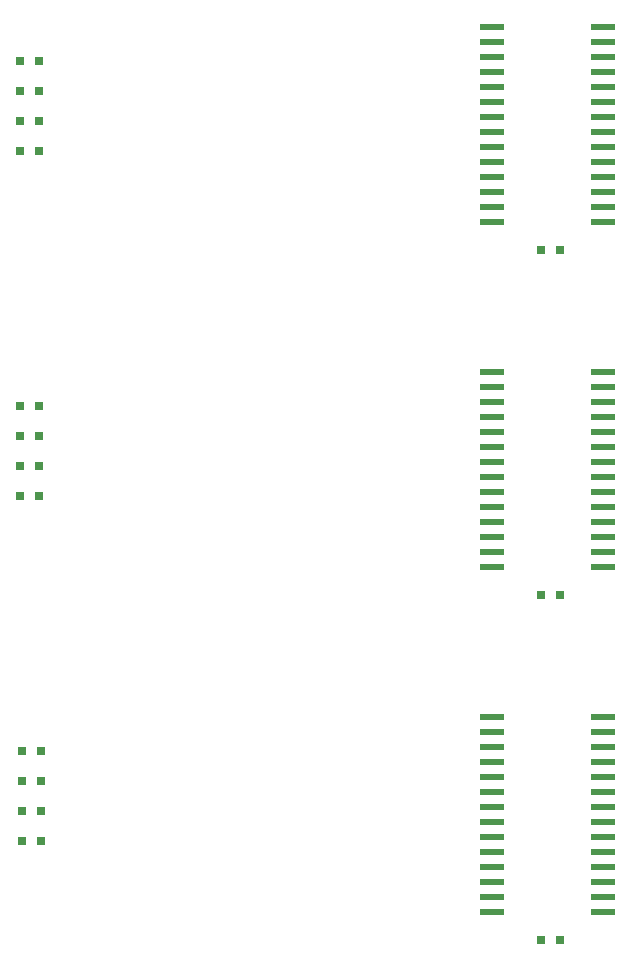
<source format=gbp>
G04 #@! TF.GenerationSoftware,KiCad,Pcbnew,(5.0.2)-1*
G04 #@! TF.CreationDate,2023-09-18T18:41:06+09:00*
G04 #@! TF.ProjectId,Building,4275696c-6469-46e6-972e-6b696361645f,rev?*
G04 #@! TF.SameCoordinates,Original*
G04 #@! TF.FileFunction,Paste,Bot*
G04 #@! TF.FilePolarity,Positive*
%FSLAX46Y46*%
G04 Gerber Fmt 4.6, Leading zero omitted, Abs format (unit mm)*
G04 Created by KiCad (PCBNEW (5.0.2)-1) date 2023/09/18 18:41:06*
%MOMM*%
%LPD*%
G01*
G04 APERTURE LIST*
%ADD10R,2.000000X0.600000*%
%ADD11R,0.800000X0.800000*%
G04 APERTURE END LIST*
D10*
G04 #@! TO.C,IC1*
X154990000Y-57239000D03*
X154990000Y-55969000D03*
X154990000Y-54699000D03*
X154990000Y-53429000D03*
X154990000Y-52159000D03*
X154990000Y-50889000D03*
X154990000Y-49619000D03*
X154990000Y-48349000D03*
X154990000Y-47079000D03*
X154990000Y-45809000D03*
X154990000Y-44539000D03*
X154990000Y-43269000D03*
X154990000Y-41999000D03*
X154990000Y-40729000D03*
X164390000Y-40729000D03*
X164390000Y-41999000D03*
X164390000Y-43269000D03*
X164390000Y-44539000D03*
X164390000Y-45809000D03*
X164390000Y-47079000D03*
X164390000Y-48349000D03*
X164390000Y-49619000D03*
X164390000Y-50889000D03*
X164390000Y-52159000D03*
X164390000Y-53429000D03*
X164390000Y-54699000D03*
X164390000Y-55969000D03*
X164390000Y-57239000D03*
G04 #@! TD*
D11*
G04 #@! TO.C,C1*
X160744000Y-59652000D03*
X159144000Y-59652000D03*
G04 #@! TD*
G04 #@! TO.C,C2*
X160744000Y-88862000D03*
X159144000Y-88862000D03*
G04 #@! TD*
G04 #@! TO.C,C3*
X159144000Y-118072000D03*
X160744000Y-118072000D03*
G04 #@! TD*
G04 #@! TO.C,D1*
X115075000Y-43650000D03*
X116675000Y-43650000D03*
G04 #@! TD*
G04 #@! TO.C,D2*
X115075000Y-72860000D03*
X116675000Y-72860000D03*
G04 #@! TD*
G04 #@! TO.C,D3*
X115202000Y-102070000D03*
X116802000Y-102070000D03*
G04 #@! TD*
D10*
G04 #@! TO.C,IC2*
X164390000Y-86449000D03*
X164390000Y-85179000D03*
X164390000Y-83909000D03*
X164390000Y-82639000D03*
X164390000Y-81369000D03*
X164390000Y-80099000D03*
X164390000Y-78829000D03*
X164390000Y-77559000D03*
X164390000Y-76289000D03*
X164390000Y-75019000D03*
X164390000Y-73749000D03*
X164390000Y-72479000D03*
X164390000Y-71209000D03*
X164390000Y-69939000D03*
X154990000Y-69939000D03*
X154990000Y-71209000D03*
X154990000Y-72479000D03*
X154990000Y-73749000D03*
X154990000Y-75019000D03*
X154990000Y-76289000D03*
X154990000Y-77559000D03*
X154990000Y-78829000D03*
X154990000Y-80099000D03*
X154990000Y-81369000D03*
X154990000Y-82639000D03*
X154990000Y-83909000D03*
X154990000Y-85179000D03*
X154990000Y-86449000D03*
G04 #@! TD*
G04 #@! TO.C,IC3*
X154990000Y-115659000D03*
X154990000Y-114389000D03*
X154990000Y-113119000D03*
X154990000Y-111849000D03*
X154990000Y-110579000D03*
X154990000Y-109309000D03*
X154990000Y-108039000D03*
X154990000Y-106769000D03*
X154990000Y-105499000D03*
X154990000Y-104229000D03*
X154990000Y-102959000D03*
X154990000Y-101689000D03*
X154990000Y-100419000D03*
X154990000Y-99149000D03*
X164390000Y-99149000D03*
X164390000Y-100419000D03*
X164390000Y-101689000D03*
X164390000Y-102959000D03*
X164390000Y-104229000D03*
X164390000Y-105499000D03*
X164390000Y-106769000D03*
X164390000Y-108039000D03*
X164390000Y-109309000D03*
X164390000Y-110579000D03*
X164390000Y-111849000D03*
X164390000Y-113119000D03*
X164390000Y-114389000D03*
X164390000Y-115659000D03*
G04 #@! TD*
D11*
G04 #@! TO.C,R1*
X116636330Y-51231386D03*
X115036330Y-51231386D03*
G04 #@! TD*
G04 #@! TO.C,R2*
X116636330Y-48691386D03*
X115036330Y-48691386D03*
G04 #@! TD*
G04 #@! TO.C,R3*
X115036330Y-46151386D03*
X116636330Y-46151386D03*
G04 #@! TD*
G04 #@! TO.C,R4*
X116675000Y-80480000D03*
X115075000Y-80480000D03*
G04 #@! TD*
G04 #@! TO.C,R5*
X115075000Y-77940000D03*
X116675000Y-77940000D03*
G04 #@! TD*
G04 #@! TO.C,R6*
X116675000Y-75400000D03*
X115075000Y-75400000D03*
G04 #@! TD*
G04 #@! TO.C,R7*
X115202000Y-109690000D03*
X116802000Y-109690000D03*
G04 #@! TD*
G04 #@! TO.C,R8*
X116802000Y-107150000D03*
X115202000Y-107150000D03*
G04 #@! TD*
G04 #@! TO.C,R9*
X115202000Y-104610000D03*
X116802000Y-104610000D03*
G04 #@! TD*
M02*

</source>
